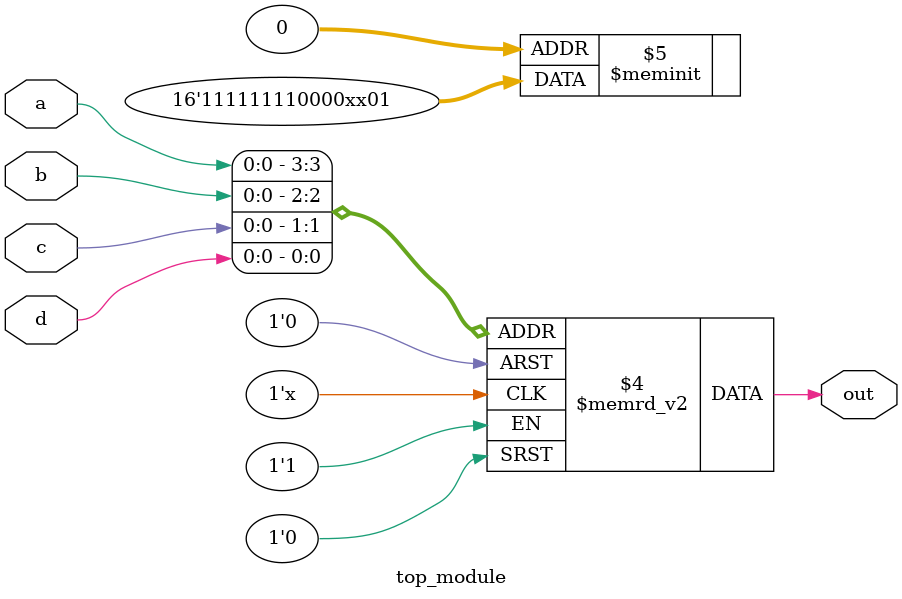
<source format=sv>
module top_module (
    input a, 
    input b,
    input c,
    input d,
    output reg out
);

always @(*)
begin
    case({a,b,c,d})
        4'b0000: out = 1'b1;
        4'b0001: out = 1'b0;
        4'b0010: out = 1'bx;
        4'b0011: out = 1'bx; // Changed don't-care condition to 'x'
        4'b0100: out = 1'b0;
        4'b0101: out = 1'b0;
        4'b0110: out = 1'b0;
        4'b0111: out = 1'b0;
        4'b1000: out = 1'b1;
        4'b1001: out = 1'b1;
        4'b1010: out = 1'b1;
        4'b1011: out = 1'b1;
        4'b1100: out = 1'b1;
        4'b1101: out = 1'b1;
        4'b1110: out = 1'b1;
        default: out = 1'b1;
    endcase
end

endmodule

</source>
